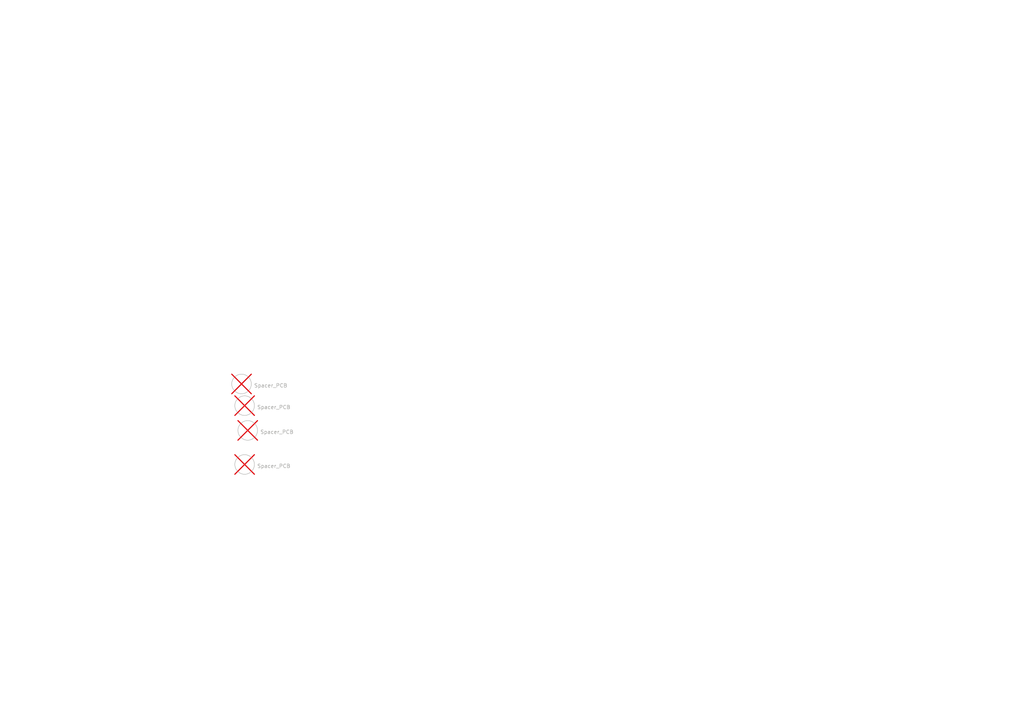
<source format=kicad_sch>
(kicad_sch (version 20231120) (generator "eeschema") (generator_version "8.0")
  (paper "A3")
  (title_block (title "X65 Rear") (date "2024-04-05") (rev "v1.10") (company "Tweety's Wild Thinking") (comment 1 "Design: Markus Knutsson <markus.knutsson@tweety.se>") (comment 2 "Concept: Pedro Quaresma <pq@live.ie>") (comment 3 "https://github.com/TweetyDaBird") (comment 4 "Licensed under Creative Commons BY-SA 4.0 International"))
  (lib_symbols
    (symbol "Keyboard_Plate:Spacer_PCB" (pin_names (offset 1.016))
      (property "Value" "Spacer_PCB" (at 0 1.27 0))
      (symbol "Spacer_PCB_0_1"
        (circle (center 0 0) (radius 4.0132))
      )
    )
  )
  (symbol (lib_id "Keyboard_Plate:Spacer_PCB") (at 100.33 190.5 0) (unit 1) (dnp yes)
    (property "Reference" "H1" (effects (hide yes)))
    (property "Value" "Spacer_PCB" (at 105.41 191.135 0) (effects (font (size 1.524 1.524)) (justify left)))
    (property "Footprint" "Keyboard_Plate:Spacer Plate hole" (effects (hide yes)))
  )
  (symbol (lib_id "Keyboard_Plate:Spacer_PCB") (at 99.06 157.48 0) (unit 1) (dnp yes)
    (property "Reference" "H2" (effects (hide yes)))
    (property "Value" "Spacer_PCB" (at 104.14 158.115 0) (effects (font (size 1.524 1.524)) (justify left)))
    (property "Footprint" "Keyboard_Plate:Spacer Plate hole" (effects (hide yes)))
  )
  (symbol (lib_id "Keyboard_Plate:Spacer_PCB") (at 100.33 166.37 0) (unit 1) (dnp yes)
    (property "Reference" "H3" (effects (hide yes)))
    (property "Value" "Spacer_PCB" (at 105.41 167.005 0) (effects (font (size 1.524 1.524)) (justify left)))
    (property "Footprint" "Keyboard_Plate:Spacer Plate hole" (effects (hide yes)))
  )
  (symbol (lib_id "Keyboard_Plate:Spacer_PCB") (at 101.6 176.53 0) (unit 1) (dnp yes)
    (property "Reference" "H4" (effects (hide yes)))
    (property "Value" "Spacer_PCB" (at 106.68 177.165 0) (effects (font (size 1.524 1.524)) (justify left)))
    (property "Footprint" "Keyboard_Plate:Spacer Plate hole" (effects (hide yes)))
  )
)
</source>
